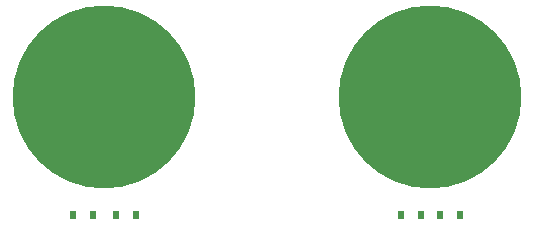
<source format=gbp>
G04 #@! TF.GenerationSoftware,KiCad,Pcbnew,no-vcs-found-7571~57~ubuntu16.04.1*
G04 #@! TF.CreationDate,2017-02-02T16:32:39+02:00*
G04 #@! TF.ProjectId,livolo_2_ways_eu_switch,6C69766F6C6F5F325F776179735F6575,rev?*
G04 #@! TF.FileFunction,Paste,Bot*
G04 #@! TF.FilePolarity,Positive*
%FSLAX46Y46*%
G04 Gerber Fmt 4.6, Leading zero omitted, Abs format (unit mm)*
G04 Created by KiCad (PCBNEW no-vcs-found-7571~57~ubuntu16.04.1) date Thu Feb  2 16:32:39 2017*
%MOMM*%
%LPD*%
G01*
G04 APERTURE LIST*
%ADD10C,0.100000*%
%ADD11R,0.600000X0.800000*%
%ADD12C,15.500000*%
G04 APERTURE END LIST*
D10*
D11*
X131350000Y-102150000D03*
X129650000Y-102150000D03*
X126000000Y-102150000D03*
X127700000Y-102150000D03*
X158800000Y-102150000D03*
X157100000Y-102150000D03*
X155450000Y-102150000D03*
X153750000Y-102150000D03*
D12*
X156250000Y-92150000D03*
X128650000Y-92150000D03*
M02*

</source>
